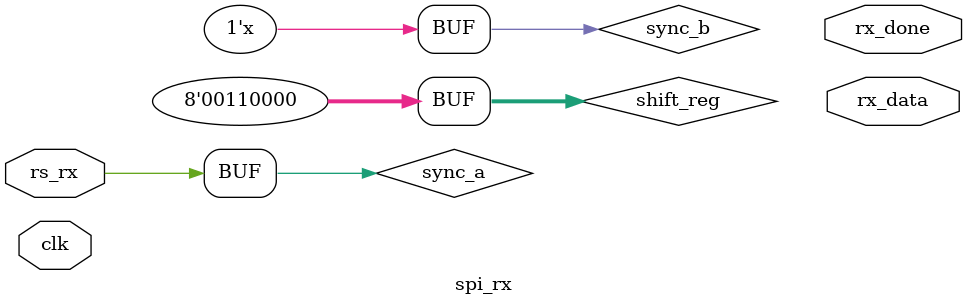
<source format=v>
`timescale 1ns / 1ps


module spi_rx
    #(parameter baud_rate=115200)
   (input clk,
    input rs_rx,
    output rx_done,
    output [7:0] rx_data
    );
    
    reg sync_a = 0;
    reg sync_b = 0;
    reg [7:0] shift_reg = "00000000";
    reg [7:0] buffer [31:0];
    
    always @ (clk) begin
        sync_a <= rs_rx;
        sync_b <= sync_a;
    end
    
    /* shift reg and data reg*/
    
    /* controller */
    
        
endmodule
</source>
